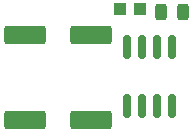
<source format=gbr>
%TF.GenerationSoftware,KiCad,Pcbnew,8.0.2-1*%
%TF.CreationDate,2024-09-02T18:13:03-04:00*%
%TF.ProjectId,usb-power,7573622d-706f-4776-9572-2e6b69636164,rev?*%
%TF.SameCoordinates,Original*%
%TF.FileFunction,Paste,Top*%
%TF.FilePolarity,Positive*%
%FSLAX46Y46*%
G04 Gerber Fmt 4.6, Leading zero omitted, Abs format (unit mm)*
G04 Created by KiCad (PCBNEW 8.0.2-1) date 2024-09-02 18:13:03*
%MOMM*%
%LPD*%
G01*
G04 APERTURE LIST*
G04 Aperture macros list*
%AMRoundRect*
0 Rectangle with rounded corners*
0 $1 Rounding radius*
0 $2 $3 $4 $5 $6 $7 $8 $9 X,Y pos of 4 corners*
0 Add a 4 corners polygon primitive as box body*
4,1,4,$2,$3,$4,$5,$6,$7,$8,$9,$2,$3,0*
0 Add four circle primitives for the rounded corners*
1,1,$1+$1,$2,$3*
1,1,$1+$1,$4,$5*
1,1,$1+$1,$6,$7*
1,1,$1+$1,$8,$9*
0 Add four rect primitives between the rounded corners*
20,1,$1+$1,$2,$3,$4,$5,0*
20,1,$1+$1,$4,$5,$6,$7,0*
20,1,$1+$1,$6,$7,$8,$9,0*
20,1,$1+$1,$8,$9,$2,$3,0*%
G04 Aperture macros list end*
%ADD10RoundRect,0.243750X0.243750X0.456250X-0.243750X0.456250X-0.243750X-0.456250X0.243750X-0.456250X0*%
%ADD11RoundRect,0.250000X-1.500000X-0.550000X1.500000X-0.550000X1.500000X0.550000X-1.500000X0.550000X0*%
%ADD12R,1.000000X1.000000*%
%ADD13RoundRect,0.150000X0.150000X-0.825000X0.150000X0.825000X-0.150000X0.825000X-0.150000X-0.825000X0*%
G04 APERTURE END LIST*
D10*
%TO.C,D1*%
X162137500Y-87200000D03*
X160262500Y-87200000D03*
%TD*%
D11*
%TO.C,C4*%
X148800000Y-96400000D03*
X154400000Y-96400000D03*
%TD*%
D12*
%TO.C,R3*%
X158550000Y-87000000D03*
X156850000Y-87000000D03*
%TD*%
D13*
%TO.C,U3*%
X157390000Y-95150000D03*
X158660000Y-95150000D03*
X159930000Y-95150000D03*
X161200000Y-95150000D03*
X161200000Y-90200000D03*
X159930000Y-90200000D03*
X158660000Y-90200000D03*
X157390000Y-90200000D03*
%TD*%
D11*
%TO.C,C5*%
X148800000Y-89200000D03*
X154400000Y-89200000D03*
%TD*%
M02*

</source>
